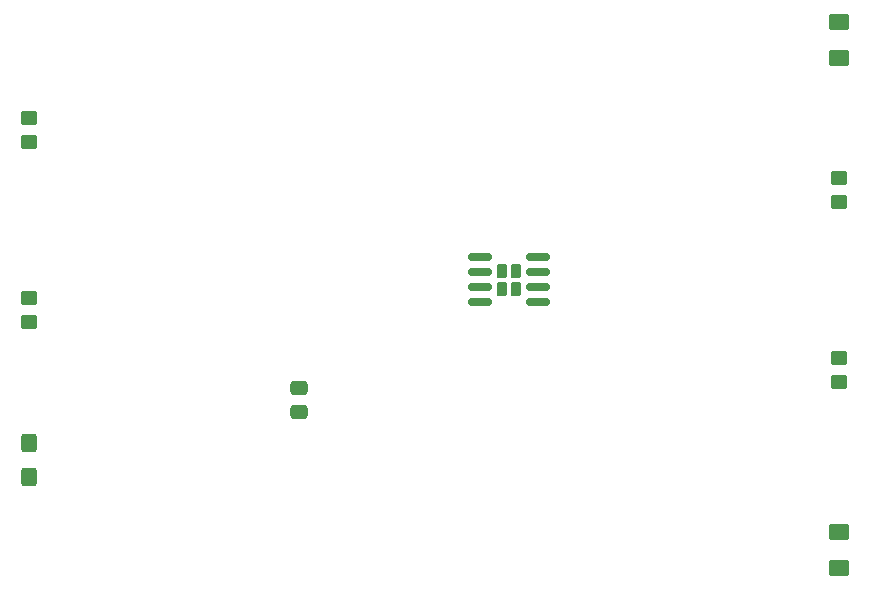
<source format=gbr>
%TF.GenerationSoftware,KiCad,Pcbnew,(6.0.10)*%
%TF.CreationDate,2023-02-24T19:06:45-08:00*%
%TF.ProjectId,Exercise 2,45786572-6369-4736-9520-322e6b696361,rev?*%
%TF.SameCoordinates,Original*%
%TF.FileFunction,Paste,Top*%
%TF.FilePolarity,Positive*%
%FSLAX46Y46*%
G04 Gerber Fmt 4.6, Leading zero omitted, Abs format (unit mm)*
G04 Created by KiCad (PCBNEW (6.0.10)) date 2023-02-24 19:06:45*
%MOMM*%
%LPD*%
G01*
G04 APERTURE LIST*
G04 Aperture macros list*
%AMRoundRect*
0 Rectangle with rounded corners*
0 $1 Rounding radius*
0 $2 $3 $4 $5 $6 $7 $8 $9 X,Y pos of 4 corners*
0 Add a 4 corners polygon primitive as box body*
4,1,4,$2,$3,$4,$5,$6,$7,$8,$9,$2,$3,0*
0 Add four circle primitives for the rounded corners*
1,1,$1+$1,$2,$3*
1,1,$1+$1,$4,$5*
1,1,$1+$1,$6,$7*
1,1,$1+$1,$8,$9*
0 Add four rect primitives between the rounded corners*
20,1,$1+$1,$2,$3,$4,$5,0*
20,1,$1+$1,$4,$5,$6,$7,0*
20,1,$1+$1,$6,$7,$8,$9,0*
20,1,$1+$1,$8,$9,$2,$3,0*%
G04 Aperture macros list end*
%ADD10RoundRect,0.250000X0.425000X-0.537500X0.425000X0.537500X-0.425000X0.537500X-0.425000X-0.537500X0*%
%ADD11RoundRect,0.250001X-0.624999X0.462499X-0.624999X-0.462499X0.624999X-0.462499X0.624999X0.462499X0*%
%ADD12RoundRect,0.230000X-0.230000X-0.375000X0.230000X-0.375000X0.230000X0.375000X-0.230000X0.375000X0*%
%ADD13RoundRect,0.150000X-0.825000X-0.150000X0.825000X-0.150000X0.825000X0.150000X-0.825000X0.150000X0*%
%ADD14RoundRect,0.250000X-0.450000X0.350000X-0.450000X-0.350000X0.450000X-0.350000X0.450000X0.350000X0*%
%ADD15RoundRect,0.250000X0.450000X-0.350000X0.450000X0.350000X-0.450000X0.350000X-0.450000X-0.350000X0*%
%ADD16RoundRect,0.250000X0.475000X-0.337500X0.475000X0.337500X-0.475000X0.337500X-0.475000X-0.337500X0*%
G04 APERTURE END LIST*
D10*
%TO.C,C2*%
X50800000Y-118277500D03*
X50800000Y-115402500D03*
%TD*%
D11*
%TO.C,D2*%
X119380000Y-122972500D03*
X119380000Y-125947500D03*
%TD*%
%TO.C,D1*%
X119380000Y-79792500D03*
X119380000Y-82767500D03*
%TD*%
D12*
%TO.C,U1*%
X92010000Y-100850000D03*
X90870000Y-100850000D03*
X92010000Y-102350000D03*
X90870000Y-102350000D03*
D13*
X88965000Y-99695000D03*
X88965000Y-100965000D03*
X88965000Y-102235000D03*
X88965000Y-103505000D03*
X93915000Y-103505000D03*
X93915000Y-102235000D03*
X93915000Y-100965000D03*
X93915000Y-99695000D03*
%TD*%
D14*
%TO.C,R3*%
X119380000Y-92980000D03*
X119380000Y-94980000D03*
%TD*%
D15*
%TO.C,R2*%
X50800000Y-105140000D03*
X50800000Y-103140000D03*
%TD*%
D16*
%TO.C,C2*%
X73660000Y-112797500D03*
X73660000Y-110722500D03*
%TD*%
D15*
%TO.C,R4*%
X119380000Y-110220000D03*
X119380000Y-108220000D03*
%TD*%
%TO.C,R1*%
X50800000Y-89900000D03*
X50800000Y-87900000D03*
%TD*%
M02*

</source>
